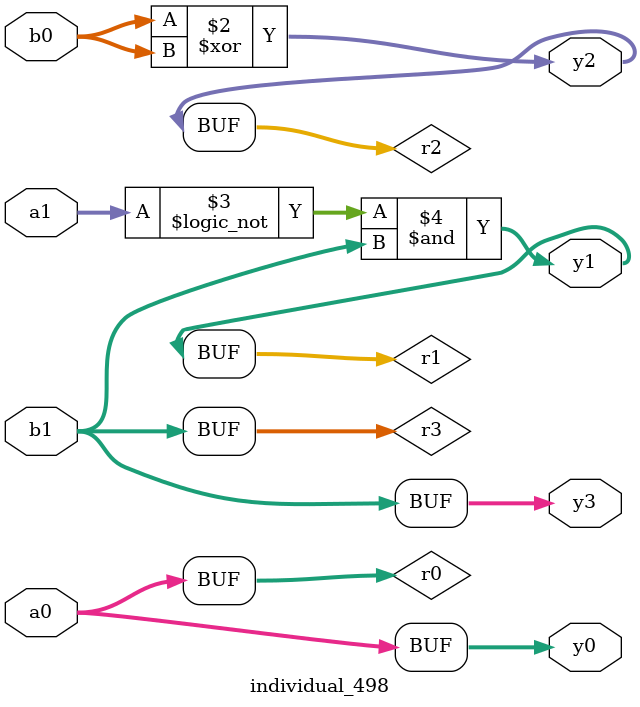
<source format=sv>
module individual_498(input logic [15:0] a1, input logic [15:0] a0, input logic [15:0] b1, input logic [15:0] b0, output logic [15:0] y3, output logic [15:0] y2, output logic [15:0] y1, output logic [15:0] y0);
logic [15:0] r0, r1, r2, r3; 
 always@(*) begin 
	 r0 = a0; r1 = a1; r2 = b0; r3 = b1; 
 	 r2  ^=  b0 ;
 	 r1 = ! r1 ;
 	 r1  &=  r3 ;
 	 y3 = r3; y2 = r2; y1 = r1; y0 = r0; 
end
endmodule
</source>
